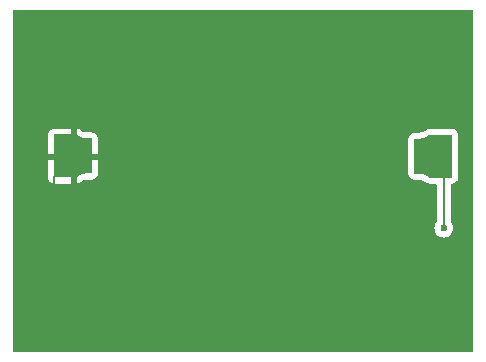
<source format=gbr>
%TF.GenerationSoftware,KiCad,Pcbnew,8.0.3*%
%TF.CreationDate,2024-10-04T12:44:18-05:00*%
%TF.ProjectId,Intro-Tutorial,496e7472-6f2d-4547-9574-6f7269616c2e,rev?*%
%TF.SameCoordinates,Original*%
%TF.FileFunction,Copper,L2,Bot*%
%TF.FilePolarity,Positive*%
%FSLAX46Y46*%
G04 Gerber Fmt 4.6, Leading zero omitted, Abs format (unit mm)*
G04 Created by KiCad (PCBNEW 8.0.3) date 2024-10-04 12:44:18*
%MOMM*%
%LPD*%
G01*
G04 APERTURE LIST*
G04 Aperture macros list*
%AMFreePoly0*
4,1,33,0.245504,1.907443,0.317781,1.851509,0.386579,1.798267,0.538235,1.712988,0.700699,1.650739,0.870517,1.612848,1.046227,1.599966,1.444038,1.599942,1.486463,1.582366,1.504034,1.539942,1.504035,-1.330057,1.486461,-1.372483,1.444035,-1.390057,1.235196,-1.390056,1.028740,-1.390056,0.855035,-1.403901,0.771046,-1.423078,0.687059,-1.442253,0.606723,-1.473356,0.606724,-1.473357,
0.526381,-1.504463,0.376386,-1.589219,0.308289,-1.641990,0.236753,-1.697426,0.200000,-1.710000,-1.650000,-1.710007,-1.692426,-1.692434,-1.710000,-1.650007,-1.710000,1.859992,-1.692426,1.902418,-1.650000,1.919992,0.208783,1.919992,0.245504,1.907443,0.245504,1.907443,$1*%
G04 Aperture macros list end*
%TA.AperFunction,SMDPad,CuDef*%
%ADD10FreePoly0,180.000000*%
%TD*%
%TA.AperFunction,SMDPad,CuDef*%
%ADD11FreePoly0,0.000000*%
%TD*%
%TA.AperFunction,ViaPad*%
%ADD12C,0.600000*%
%TD*%
%TA.AperFunction,Conductor*%
%ADD13C,0.200000*%
%TD*%
G04 APERTURE END LIST*
D10*
%TO.P,BT1,1,+*%
%TO.N,VCC*%
X166000000Y-92800000D03*
D11*
%TO.P,BT1,2,-*%
%TO.N,GND*%
X135700000Y-93000000D03*
%TD*%
D12*
%TO.N,GND*%
X134000000Y-98000000D03*
%TO.N,VCC*%
X167000000Y-99000000D03*
%TD*%
D13*
%TO.N,GND*%
X134000000Y-94700000D02*
X135700000Y-93000000D01*
X134000000Y-98000000D02*
X134000000Y-94700000D01*
%TO.N,VCC*%
X167000000Y-99000000D02*
X167000000Y-93800000D01*
X167000000Y-93800000D02*
X166000000Y-92800000D01*
%TD*%
%TA.AperFunction,Conductor*%
%TO.N,GND*%
G36*
X169442539Y-80520185D02*
G01*
X169488294Y-80572989D01*
X169499500Y-80624500D01*
X169499500Y-109375500D01*
X169479815Y-109442539D01*
X169427011Y-109488294D01*
X169375500Y-109499500D01*
X130624500Y-109499500D01*
X130557461Y-109479815D01*
X130511706Y-109427011D01*
X130500500Y-109375500D01*
X130500500Y-94650009D01*
X133480000Y-94650009D01*
X133482892Y-94703982D01*
X133482894Y-94703995D01*
X133518440Y-94843258D01*
X133518441Y-94843263D01*
X133537479Y-94889223D01*
X133589221Y-94983984D01*
X133687165Y-95089181D01*
X133687168Y-95089184D01*
X133810778Y-95162525D01*
X133856737Y-95181562D01*
X133907730Y-95199551D01*
X134050004Y-95220006D01*
X135449999Y-95220001D01*
X135450000Y-95220000D01*
X135450000Y-95214260D01*
X135950000Y-95214260D01*
X136063471Y-95192809D01*
X136063481Y-95192806D01*
X136103285Y-95179188D01*
X136124164Y-95171527D01*
X136249154Y-95100545D01*
X136249159Y-95100542D01*
X136313290Y-95050841D01*
X136313314Y-95050825D01*
X136352388Y-95020543D01*
X136367346Y-95010597D01*
X136437217Y-94971116D01*
X136453448Y-94963437D01*
X136486485Y-94950646D01*
X136486533Y-94950630D01*
X136528270Y-94934469D01*
X136545452Y-94929211D01*
X136585792Y-94920002D01*
X136585827Y-94919994D01*
X136623686Y-94911350D01*
X136641436Y-94908631D01*
X136744110Y-94900448D01*
X136753961Y-94900056D01*
X137144035Y-94900056D01*
X137198010Y-94897164D01*
X137198023Y-94897162D01*
X137337286Y-94861616D01*
X137337291Y-94861615D01*
X137383251Y-94842577D01*
X137478012Y-94790835D01*
X137583209Y-94692891D01*
X137583212Y-94692888D01*
X137656553Y-94569278D01*
X137675591Y-94523315D01*
X137675601Y-94523289D01*
X137693578Y-94472333D01*
X137714034Y-94330055D01*
X137714035Y-94330054D01*
X137714035Y-93250000D01*
X135950000Y-93250000D01*
X135950000Y-95214260D01*
X135450000Y-95214260D01*
X135450000Y-93250000D01*
X133480000Y-93250000D01*
X133480000Y-94650009D01*
X130500500Y-94650009D01*
X130500500Y-91140009D01*
X133480000Y-91140009D01*
X133480000Y-92750000D01*
X135450000Y-92750000D01*
X135950000Y-92750000D01*
X137714034Y-92750000D01*
X137714034Y-91469944D01*
X163985465Y-91469944D01*
X163985465Y-94339944D01*
X163988361Y-94393964D01*
X164023937Y-94533372D01*
X164042972Y-94579331D01*
X164042973Y-94579332D01*
X164094755Y-94674173D01*
X164192791Y-94779485D01*
X164316526Y-94852910D01*
X164362487Y-94871951D01*
X164362490Y-94871952D01*
X164362500Y-94871956D01*
X164394973Y-94883413D01*
X164413517Y-94889957D01*
X164555931Y-94910442D01*
X164930550Y-94910463D01*
X164939569Y-94910794D01*
X165045775Y-94918580D01*
X165063708Y-94921224D01*
X165142730Y-94938856D01*
X165160076Y-94944084D01*
X165235683Y-94973053D01*
X165252081Y-94980754D01*
X165305153Y-95010597D01*
X165322661Y-95020442D01*
X165337774Y-95030462D01*
X165369781Y-95055232D01*
X165369783Y-95055234D01*
X165442060Y-95111168D01*
X165445852Y-95113972D01*
X165459815Y-95124300D01*
X165459819Y-95124301D01*
X165459824Y-95124305D01*
X165587966Y-95189735D01*
X165627747Y-95203330D01*
X165648801Y-95210016D01*
X165791217Y-95230492D01*
X166275500Y-95230492D01*
X166342539Y-95250177D01*
X166388294Y-95302981D01*
X166399500Y-95354492D01*
X166399500Y-98417587D01*
X166379815Y-98484626D01*
X166372450Y-98494896D01*
X166370186Y-98497734D01*
X166274211Y-98650476D01*
X166214631Y-98820745D01*
X166214630Y-98820750D01*
X166194435Y-98999996D01*
X166194435Y-99000003D01*
X166214630Y-99179249D01*
X166214631Y-99179254D01*
X166274211Y-99349523D01*
X166370184Y-99502262D01*
X166497738Y-99629816D01*
X166650478Y-99725789D01*
X166820745Y-99785368D01*
X166820750Y-99785369D01*
X166999996Y-99805565D01*
X167000000Y-99805565D01*
X167000004Y-99805565D01*
X167179249Y-99785369D01*
X167179252Y-99785368D01*
X167179255Y-99785368D01*
X167349522Y-99725789D01*
X167502262Y-99629816D01*
X167629816Y-99502262D01*
X167725789Y-99349522D01*
X167785368Y-99179255D01*
X167805565Y-99000000D01*
X167785368Y-98820745D01*
X167725789Y-98650478D01*
X167629816Y-98497738D01*
X167629814Y-98497736D01*
X167629813Y-98497734D01*
X167627550Y-98494896D01*
X167626659Y-98492715D01*
X167626111Y-98491842D01*
X167626264Y-98491745D01*
X167601144Y-98430209D01*
X167600500Y-98417587D01*
X167600500Y-95349908D01*
X167620185Y-95282869D01*
X167672989Y-95237114D01*
X167698252Y-95229573D01*
X167698132Y-95229103D01*
X167756284Y-95214260D01*
X167843446Y-95192013D01*
X167889408Y-95172975D01*
X167984261Y-95121182D01*
X168089566Y-95023139D01*
X168162983Y-94899400D01*
X168182021Y-94853438D01*
X168200024Y-94802408D01*
X168220500Y-94659992D01*
X168220500Y-91149993D01*
X168217604Y-91095958D01*
X168217604Y-91095956D01*
X168182021Y-90956548D01*
X168182020Y-90956544D01*
X168170409Y-90928514D01*
X168162983Y-90910585D01*
X168111190Y-90815732D01*
X168111189Y-90815730D01*
X168013145Y-90710425D01*
X167889413Y-90637013D01*
X167889408Y-90637010D01*
X167849144Y-90620332D01*
X167843454Y-90617975D01*
X167843448Y-90617973D01*
X167843446Y-90617972D01*
X167792414Y-90599969D01*
X167792412Y-90599968D01*
X167792410Y-90599968D01*
X167721737Y-90589807D01*
X167649998Y-90579493D01*
X167649995Y-90579493D01*
X165800002Y-90579499D01*
X165778767Y-90579967D01*
X165777740Y-90579990D01*
X165636364Y-90606718D01*
X165636352Y-90606721D01*
X165596571Y-90620332D01*
X165575657Y-90628006D01*
X165575652Y-90628008D01*
X165450542Y-90699058D01*
X165450539Y-90699060D01*
X165380210Y-90753559D01*
X165380195Y-90753571D01*
X165347324Y-90779043D01*
X165332374Y-90788984D01*
X165262568Y-90828429D01*
X165246337Y-90836107D01*
X165208960Y-90850578D01*
X165208956Y-90850580D01*
X165208954Y-90850580D01*
X165208953Y-90850581D01*
X165171565Y-90865055D01*
X165154400Y-90870307D01*
X165117829Y-90878657D01*
X165117828Y-90878656D01*
X165117812Y-90878661D01*
X165076231Y-90888153D01*
X165058489Y-90890871D01*
X164985966Y-90896652D01*
X164955862Y-90899052D01*
X164946011Y-90899444D01*
X164764806Y-90899444D01*
X164555967Y-90899443D01*
X164555966Y-90899443D01*
X164555964Y-90899443D01*
X164501935Y-90902338D01*
X164501921Y-90902340D01*
X164362520Y-90937921D01*
X164362516Y-90937922D01*
X164316556Y-90956960D01*
X164221702Y-91008753D01*
X164116397Y-91106797D01*
X164042985Y-91230529D01*
X164042982Y-91230535D01*
X164023946Y-91276492D01*
X164023936Y-91276518D01*
X164005941Y-91327525D01*
X163985465Y-91469944D01*
X137714034Y-91469944D01*
X137714034Y-91460055D01*
X137711142Y-91406099D01*
X137711140Y-91406085D01*
X137675602Y-91266829D01*
X137675598Y-91266817D01*
X137656565Y-91220860D01*
X137604833Y-91126111D01*
X137506894Y-91020904D01*
X137383288Y-90947555D01*
X137383286Y-90947553D01*
X137337330Y-90928514D01*
X137286341Y-90910523D01*
X137286343Y-90910523D01*
X137144060Y-90890057D01*
X137144063Y-90890057D01*
X136769445Y-90890035D01*
X136760385Y-90889703D01*
X136654154Y-90881914D01*
X136636218Y-90879270D01*
X136557129Y-90861623D01*
X136539768Y-90856391D01*
X136464113Y-90827404D01*
X136447700Y-90819695D01*
X136377061Y-90779973D01*
X136361950Y-90769955D01*
X136325154Y-90741479D01*
X136325122Y-90741456D01*
X136257628Y-90689223D01*
X136239893Y-90676107D01*
X136239887Y-90676103D01*
X136111875Y-90610739D01*
X136111868Y-90610736D01*
X136072100Y-90597145D01*
X136051065Y-90590466D01*
X136051056Y-90590463D01*
X135950000Y-90575934D01*
X135950000Y-92750000D01*
X135450000Y-92750000D01*
X135450000Y-90570008D01*
X134049997Y-90570008D01*
X133996024Y-90572900D01*
X133996011Y-90572902D01*
X133856748Y-90608448D01*
X133856743Y-90608449D01*
X133810783Y-90627487D01*
X133716022Y-90679229D01*
X133610825Y-90777173D01*
X133610822Y-90777176D01*
X133537481Y-90900786D01*
X133518443Y-90946749D01*
X133518433Y-90946775D01*
X133500456Y-90997731D01*
X133480000Y-91140009D01*
X130500500Y-91140009D01*
X130500500Y-80624500D01*
X130520185Y-80557461D01*
X130572989Y-80511706D01*
X130624500Y-80500500D01*
X169375500Y-80500500D01*
X169442539Y-80520185D01*
G37*
%TD.AperFunction*%
%TD*%
M02*

</source>
